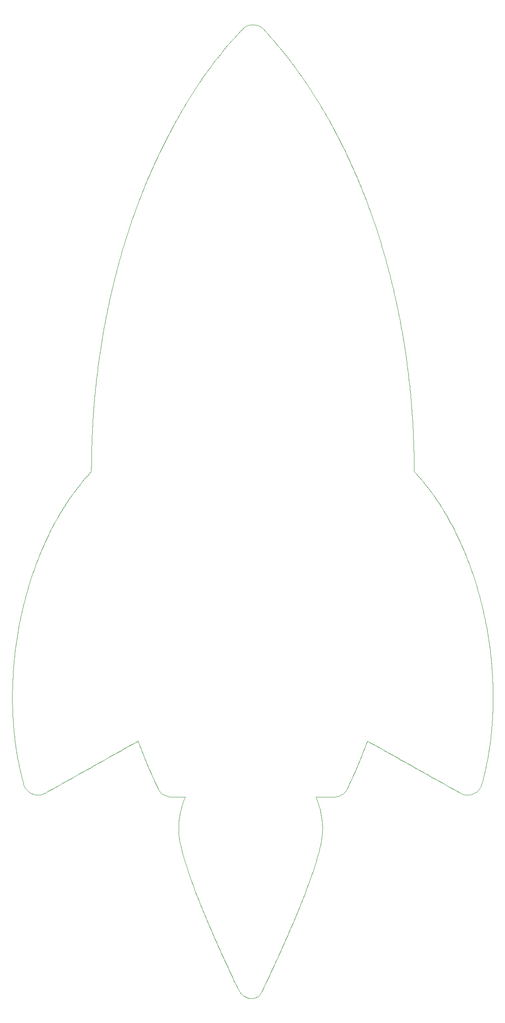
<source format=gbr>
%TF.GenerationSoftware,KiCad,Pcbnew,(5.1.10-1-10_14)*%
%TF.CreationDate,2021-08-27T15:48:04+02:00*%
%TF.ProjectId,OOO2021_Badge,4f4f4f32-3032-4315-9f42-616467652e6b,rev?*%
%TF.SameCoordinates,Original*%
%TF.FileFunction,Profile,NP*%
%FSLAX46Y46*%
G04 Gerber Fmt 4.6, Leading zero omitted, Abs format (unit mm)*
G04 Created by KiCad (PCBNEW (5.1.10-1-10_14)) date 2021-08-27 15:48:04*
%MOMM*%
%LPD*%
G01*
G04 APERTURE LIST*
%TA.AperFunction,Profile*%
%ADD10C,0.100000*%
%TD*%
G04 APERTURE END LIST*
D10*
%TO.C,W1*%
X91747000Y-47211460D02*
X91358500Y-47609460D01*
X91358500Y-47609460D02*
X90972800Y-48010460D01*
X90972800Y-48010460D02*
X90591600Y-48415460D01*
X90591600Y-48415460D02*
X90213200Y-48822460D01*
X90213200Y-48822460D02*
X89838200Y-49232460D01*
X89838200Y-49232460D02*
X89466400Y-49643460D01*
X89466400Y-49643460D02*
X89096800Y-50060460D01*
X89096800Y-50060460D02*
X88730900Y-50478460D01*
X88730900Y-50478460D02*
X88367500Y-50900460D01*
X88367500Y-50900460D02*
X88008200Y-51323460D01*
X88008200Y-51323460D02*
X87651700Y-51751460D01*
X87651700Y-51751460D02*
X87298200Y-52179460D01*
X87298200Y-52179460D02*
X86948000Y-52610460D01*
X86948000Y-52610460D02*
X86601300Y-53043460D01*
X86601300Y-53043460D02*
X86256900Y-53479460D01*
X86256900Y-53479460D02*
X85915500Y-53918460D01*
X85915500Y-53918460D02*
X85576800Y-54359460D01*
X85576800Y-54359460D02*
X85241400Y-54802460D01*
X85241400Y-54802460D02*
X84909400Y-55247500D01*
X84909400Y-55247500D02*
X84579900Y-55695500D01*
X84579900Y-55695500D02*
X84253300Y-56143500D01*
X84253300Y-56143500D02*
X83929100Y-56596500D01*
X83929100Y-56596500D02*
X83608100Y-57050500D01*
X83608100Y-57050500D02*
X83290000Y-57505500D01*
X83290000Y-57505500D02*
X82974800Y-57964500D01*
X82974800Y-57964500D02*
X82662200Y-58424500D01*
X82662200Y-58424500D02*
X82353100Y-58884500D01*
X82353100Y-58884500D02*
X82046400Y-59347500D01*
X82046400Y-59347500D02*
X81742400Y-59811500D01*
X81742400Y-59811500D02*
X81441500Y-60278500D01*
X81441500Y-60278500D02*
X81142500Y-60746500D01*
X81142500Y-60746500D02*
X80846000Y-61217500D01*
X80846000Y-61217500D02*
X80552200Y-61690500D01*
X80552200Y-61690500D02*
X80261700Y-62163500D01*
X80261700Y-62163500D02*
X79973600Y-62637500D01*
X79973600Y-62637500D02*
X79688300Y-63113500D01*
X79688300Y-63113500D02*
X79405300Y-63590500D01*
X79405300Y-63590500D02*
X79125100Y-64069500D01*
X79125100Y-64069500D02*
X78847100Y-64549500D01*
X78847100Y-64549500D02*
X78571000Y-65032500D01*
X78571000Y-65032500D02*
X78297400Y-65517500D01*
X78297400Y-65517500D02*
X78027000Y-66001500D01*
X78027000Y-66001500D02*
X77758600Y-66488500D01*
X77758600Y-66488500D02*
X77493100Y-66975500D01*
X77493100Y-66975500D02*
X77229700Y-67463500D01*
X77229700Y-67463500D02*
X76968300Y-67953500D01*
X76968300Y-67953500D02*
X76709400Y-68445500D01*
X76709400Y-68445500D02*
X76453200Y-68937500D01*
X76453200Y-68937500D02*
X76199000Y-69430500D01*
X76199000Y-69430500D02*
X75946600Y-69925500D01*
X75946600Y-69925500D02*
X75696600Y-70421500D01*
X75696600Y-70421500D02*
X75449000Y-70918500D01*
X75449000Y-70918500D02*
X75203700Y-71416500D01*
X75203700Y-71416500D02*
X74960500Y-71915500D01*
X74960500Y-71915500D02*
X74719000Y-72416500D01*
X74719000Y-72416500D02*
X74480100Y-72916500D01*
X74480100Y-72916500D02*
X74242500Y-73419500D01*
X74242500Y-73419500D02*
X74007900Y-73922500D01*
X74007900Y-73922500D02*
X73774800Y-74426500D01*
X73774800Y-74426500D02*
X73544000Y-74931500D01*
X73544000Y-74931500D02*
X73315000Y-75438500D01*
X73315000Y-75438500D02*
X73088700Y-75944500D01*
X73088700Y-75944500D02*
X72863900Y-76451500D01*
X72863900Y-76451500D02*
X72640500Y-76961500D01*
X72640500Y-76961500D02*
X72419500Y-77470500D01*
X72419500Y-77470500D02*
X72200600Y-77980500D01*
X72200600Y-77980500D02*
X71983900Y-78489500D01*
X71983900Y-78489500D02*
X71768400Y-79002500D01*
X71768400Y-79002500D02*
X71768400Y-79002500D01*
X71768400Y-79002500D02*
X71768400Y-79002500D01*
X71768400Y-79002500D02*
X71564100Y-79497500D01*
X71564100Y-79497500D02*
X71362100Y-79991500D01*
X71362100Y-79991500D02*
X71163600Y-80488500D01*
X71163600Y-80488500D02*
X71171700Y-80488500D01*
X71171700Y-80488500D02*
X70968300Y-81004500D01*
X70968300Y-81004500D02*
X70767000Y-81521500D01*
X70767000Y-81521500D02*
X70567900Y-82040500D01*
X70567900Y-82040500D02*
X70371100Y-82558500D01*
X70371100Y-82558500D02*
X70176400Y-83076500D01*
X70176400Y-83076500D02*
X69983600Y-83598500D01*
X69983600Y-83598500D02*
X69793500Y-84119500D01*
X69793500Y-84119500D02*
X69605200Y-84641500D01*
X69605200Y-84641500D02*
X69418900Y-85164500D01*
X69418900Y-85164500D02*
X69234900Y-85688500D01*
X69234900Y-85688500D02*
X69053300Y-86212500D01*
X69053300Y-86212500D02*
X68873600Y-86736500D01*
X68873600Y-86736500D02*
X68696000Y-87262500D01*
X68696000Y-87262500D02*
X68520300Y-87788500D01*
X68520300Y-87788500D02*
X68346800Y-88316500D01*
X68346800Y-88316500D02*
X68175400Y-88845500D01*
X68175400Y-88845500D02*
X68006100Y-89373500D01*
X68006100Y-89373500D02*
X67839000Y-89903500D01*
X67839000Y-89903500D02*
X67674100Y-90432500D01*
X67674100Y-90432500D02*
X67511500Y-90962500D01*
X67511500Y-90962500D02*
X67351100Y-91491500D01*
X67351100Y-91491500D02*
X67192200Y-92023500D01*
X67192200Y-92023500D02*
X67035600Y-92556500D01*
X67035600Y-92556500D02*
X66881100Y-93088500D01*
X66881100Y-93088500D02*
X66728700Y-93622500D01*
X66728700Y-93622500D02*
X66578300Y-94155500D01*
X66578300Y-94155500D02*
X66430100Y-94690500D01*
X66430100Y-94690500D02*
X66283600Y-95225500D01*
X66283600Y-95225500D02*
X66139300Y-95760500D01*
X66139300Y-95760500D02*
X65997300Y-96295500D01*
X65997300Y-96295500D02*
X65857300Y-96831500D01*
X65857300Y-96831500D02*
X65719200Y-97367500D01*
X65719200Y-97367500D02*
X65583200Y-97903500D01*
X65583200Y-97903500D02*
X65449400Y-98441500D01*
X65449400Y-98441500D02*
X65317100Y-98980500D01*
X65317100Y-98980500D02*
X65187000Y-99519500D01*
X65187000Y-99519500D02*
X65058700Y-100059500D01*
X65058700Y-100059500D02*
X64932500Y-100599500D01*
X64932500Y-100599500D02*
X64808300Y-101140500D01*
X64808300Y-101140500D02*
X64685900Y-101682500D01*
X64685900Y-101682500D02*
X64566000Y-102222500D01*
X64566000Y-102222500D02*
X64448000Y-102764500D01*
X64448000Y-102764500D02*
X64331600Y-103307500D01*
X64331600Y-103307500D02*
X64217300Y-103849500D01*
X64217300Y-103849500D02*
X64105200Y-104391500D01*
X64105200Y-104391500D02*
X63994800Y-104935500D01*
X63994800Y-104935500D02*
X63886400Y-105479500D01*
X63886400Y-105479500D02*
X63780300Y-106022500D01*
X63780300Y-106022500D02*
X63675700Y-106568500D01*
X63675700Y-106568500D02*
X63573300Y-107112500D01*
X63573300Y-107112500D02*
X63473000Y-107657500D01*
X63473000Y-107657500D02*
X63374400Y-108202500D01*
X63374400Y-108202500D02*
X63277800Y-108748500D01*
X63277800Y-108748500D02*
X63183100Y-109295500D01*
X63183100Y-109295500D02*
X63090500Y-109841500D01*
X63090500Y-109841500D02*
X62999700Y-110387500D01*
X62999700Y-110387500D02*
X62910800Y-110934500D01*
X62910800Y-110934500D02*
X62823900Y-111482500D01*
X62823900Y-111482500D02*
X62738900Y-112030500D01*
X62738900Y-112030500D02*
X62655800Y-112576500D01*
X62655800Y-112576500D02*
X62574600Y-113125500D01*
X62574600Y-113125500D02*
X62495200Y-113674500D01*
X62495200Y-113674500D02*
X62418000Y-114223500D01*
X62418000Y-114223500D02*
X62342400Y-114772500D01*
X62342400Y-114772500D02*
X62268800Y-115322500D01*
X62268800Y-115322500D02*
X62197200Y-115870500D01*
X62197200Y-115870500D02*
X62127400Y-116421500D01*
X62127400Y-116421500D02*
X62059400Y-116971500D01*
X62059400Y-116971500D02*
X61993300Y-117522500D01*
X61993300Y-117522500D02*
X61929300Y-118073500D01*
X61929300Y-118073500D02*
X61867000Y-118623500D01*
X61867000Y-118623500D02*
X61806700Y-119174500D01*
X61806700Y-119174500D02*
X61748300Y-119726500D01*
X61748300Y-119726500D02*
X61691700Y-120276500D01*
X61691700Y-120276500D02*
X61637000Y-120828500D01*
X61637000Y-120828500D02*
X61584000Y-121381500D01*
X61584000Y-121381500D02*
X61532900Y-121934500D01*
X61532900Y-121934500D02*
X61483900Y-122485500D01*
X61483900Y-122485500D02*
X61436600Y-123037500D01*
X61436600Y-123037500D02*
X61391300Y-123589500D01*
X61391300Y-123589500D02*
X61347800Y-124142500D01*
X61347800Y-124142500D02*
X61306000Y-124695500D01*
X61306000Y-124695500D02*
X61266300Y-125246500D01*
X61266300Y-125246500D02*
X61228300Y-125800500D01*
X61228300Y-125800500D02*
X61192200Y-126353500D01*
X61192200Y-126353500D02*
X61157900Y-126906500D01*
X61157900Y-126906500D02*
X61125400Y-127460500D01*
X61125400Y-127460500D02*
X61094700Y-128013500D01*
X61094700Y-128013500D02*
X61066000Y-128566500D01*
X61066000Y-128566500D02*
X61039100Y-129118500D01*
X61039100Y-129118500D02*
X61014000Y-129674500D01*
X61014000Y-129674500D02*
X60990700Y-130226500D01*
X60990700Y-130226500D02*
X60969300Y-130781500D01*
X60969300Y-130781500D02*
X60949700Y-131334500D01*
X60949700Y-131334500D02*
X60931800Y-131889500D01*
X60931800Y-131889500D02*
X60915800Y-132444500D01*
X60915800Y-132444500D02*
X60901800Y-132998500D01*
X60901800Y-132998500D02*
X60889400Y-133553500D01*
X60889400Y-133553500D02*
X60878800Y-134107500D01*
X60878800Y-134107500D02*
X60870100Y-134661500D01*
X60870100Y-134661500D02*
X60863200Y-135214500D01*
X60863200Y-135214500D02*
X60858100Y-135770500D01*
X60858100Y-135770500D02*
X60854800Y-136324500D01*
X60854800Y-136324500D02*
X60853400Y-136879500D01*
X60853400Y-136879500D02*
X60476000Y-137285500D01*
X60476000Y-137285500D02*
X60103700Y-137697500D01*
X60103700Y-137697500D02*
X59736300Y-138113500D01*
X59736300Y-138113500D02*
X59375300Y-138533500D01*
X59375300Y-138533500D02*
X59019400Y-138958500D01*
X59019400Y-138958500D02*
X58669500Y-139386500D01*
X58669500Y-139386500D02*
X58324700Y-139819500D01*
X58324700Y-139819500D02*
X57985100Y-140256500D01*
X57985100Y-140256500D02*
X57650400Y-140697500D01*
X57650400Y-140697500D02*
X57320800Y-141142500D01*
X57320800Y-141142500D02*
X56996200Y-141591500D01*
X56996200Y-141591500D02*
X56676700Y-142043500D01*
X56676700Y-142043500D02*
X56362400Y-142500500D01*
X56362400Y-142500500D02*
X56053000Y-142959500D01*
X56053000Y-142959500D02*
X55748800Y-143421500D01*
X55748800Y-143421500D02*
X55449600Y-143886500D01*
X55449600Y-143886500D02*
X55155500Y-144354500D01*
X55155500Y-144354500D02*
X54865500Y-144826500D01*
X54865500Y-144826500D02*
X54580600Y-145300000D01*
X54580600Y-145300000D02*
X54300000Y-145778000D01*
X54300000Y-145778000D02*
X54024400Y-146258000D01*
X54024400Y-146258000D02*
X53753900Y-146739000D01*
X53753900Y-146739000D02*
X53487660Y-147224000D01*
X53487660Y-147224000D02*
X53225770Y-147712000D01*
X53225770Y-147712000D02*
X52968960Y-148201000D01*
X52968960Y-148201000D02*
X52715840Y-148694000D01*
X52715840Y-148694000D02*
X52467760Y-149188000D01*
X52467760Y-149188000D02*
X52223410Y-149685000D01*
X52223410Y-149685000D02*
X51984150Y-150184000D01*
X51984150Y-150184000D02*
X51748700Y-150685000D01*
X51748700Y-150685000D02*
X51518340Y-151187000D01*
X51518340Y-151187000D02*
X51291830Y-151691000D01*
X51291830Y-151691000D02*
X51069250Y-152199000D01*
X51069250Y-152199000D02*
X50851190Y-152707000D01*
X50851190Y-152707000D02*
X50637670Y-153216000D01*
X50637670Y-153216000D02*
X50428150Y-153728000D01*
X50428150Y-153728000D02*
X50222680Y-154241000D01*
X50222680Y-154241000D02*
X50021290Y-154756000D01*
X50021290Y-154756000D02*
X49824010Y-155273000D01*
X49824010Y-155273000D02*
X49630880Y-155791000D01*
X49630880Y-155791000D02*
X49441920Y-156310000D01*
X49441920Y-156310000D02*
X49257150Y-156830000D01*
X49257150Y-156830000D02*
X49075740Y-157353000D01*
X49075740Y-157353000D02*
X48898620Y-157877000D01*
X48898620Y-157877000D02*
X48725790Y-158401000D01*
X48725790Y-158401000D02*
X48556490Y-158928000D01*
X48556490Y-158928000D02*
X48391540Y-159454000D01*
X48391540Y-159454000D02*
X48230220Y-159983000D01*
X48230220Y-159983000D02*
X48072610Y-160514000D01*
X48072610Y-160514000D02*
X47918770Y-161046000D01*
X47918770Y-161046000D02*
X47769410Y-161577000D01*
X47769410Y-161577000D02*
X47623860Y-162109000D01*
X47623860Y-162109000D02*
X47481920Y-162644000D01*
X47481920Y-162644000D02*
X47343630Y-163180000D01*
X47343630Y-163180000D02*
X47209340Y-163716000D01*
X47209340Y-163716000D02*
X47079090Y-164252000D01*
X47079090Y-164252000D02*
X46952400Y-164791000D01*
X46952400Y-164791000D02*
X46829350Y-165331000D01*
X46829350Y-165331000D02*
X46710480Y-165870000D01*
X46710480Y-165870000D02*
X46595350Y-166410000D01*
X46595350Y-166410000D02*
X46484020Y-166951000D01*
X46484020Y-166951000D02*
X46376560Y-167493000D01*
X46376560Y-167493000D02*
X46272610Y-168036000D01*
X46272610Y-168036000D02*
X46172660Y-168579000D01*
X46172660Y-168579000D02*
X46076370Y-169124000D01*
X46076370Y-169124000D02*
X45983820Y-169670000D01*
X45983820Y-169670000D02*
X45895100Y-170216000D01*
X45895100Y-170216000D02*
X45810240Y-170762000D01*
X45810240Y-170762000D02*
X45729300Y-171308000D01*
X45729300Y-171308000D02*
X45652060Y-171855000D01*
X45652060Y-171855000D02*
X45578600Y-172404000D01*
X45578600Y-172404000D02*
X45509010Y-172952000D01*
X45509010Y-172952000D02*
X45443110Y-173501000D01*
X45443110Y-173501000D02*
X45381170Y-174051000D01*
X45381170Y-174051000D02*
X45323070Y-174600000D01*
X45323070Y-174600000D02*
X45268860Y-175149000D01*
X45268860Y-175149000D02*
X45218450Y-175700000D01*
X45218450Y-175700000D02*
X45171910Y-176250000D01*
X45171910Y-176250000D02*
X45129290Y-176801000D01*
X45129290Y-176801000D02*
X45090540Y-177352000D01*
X45090540Y-177352000D02*
X45055700Y-177903000D01*
X45055700Y-177903000D02*
X45024770Y-178455000D01*
X45024770Y-178455000D02*
X44997790Y-179006000D01*
X44997790Y-179006000D02*
X44974740Y-179558000D01*
X44974740Y-179558000D02*
X44955690Y-180110000D01*
X44955690Y-180110000D02*
X44940620Y-180662000D01*
X44940620Y-180662000D02*
X44929510Y-181215000D01*
X44929510Y-181215000D02*
X44922510Y-181767000D01*
X44922510Y-181767000D02*
X44919510Y-182321000D01*
X44919510Y-182321000D02*
X44920610Y-182873000D01*
X44920610Y-182873000D02*
X44925810Y-183425000D01*
X44925810Y-183425000D02*
X44935110Y-183977000D01*
X44935110Y-183977000D02*
X44948560Y-184529000D01*
X44948560Y-184529000D02*
X44966180Y-185081000D01*
X44966180Y-185081000D02*
X44988040Y-185634000D01*
X44988040Y-185634000D02*
X45014080Y-186185000D01*
X45014080Y-186185000D02*
X45044430Y-186737000D01*
X45044430Y-186737000D02*
X45079010Y-187288000D01*
X45079010Y-187288000D02*
X45117930Y-187839000D01*
X45117930Y-187839000D02*
X45161340Y-188391000D01*
X45161340Y-188391000D02*
X45209070Y-188941000D01*
X45209070Y-188941000D02*
X45261180Y-189491000D01*
X45261180Y-189491000D02*
X45317820Y-190041000D01*
X45317820Y-190041000D02*
X45378990Y-190591000D01*
X45378990Y-190591000D02*
X45444600Y-191140000D01*
X45444600Y-191140000D02*
X45514780Y-191687000D01*
X45514780Y-191687000D02*
X45589590Y-192235000D01*
X45589590Y-192235000D02*
X45669190Y-192783000D01*
X45669190Y-192783000D02*
X45753370Y-193329000D01*
X45753370Y-193329000D02*
X45842510Y-193875000D01*
X45842510Y-193875000D02*
X45936160Y-194420000D01*
X45936160Y-194420000D02*
X46034850Y-194964000D01*
X46034850Y-194964000D02*
X46138520Y-195508000D01*
X46138520Y-195508000D02*
X46246890Y-196050000D01*
X46246890Y-196050000D02*
X46360410Y-196592000D01*
X46360410Y-196592000D02*
X46478980Y-197132000D01*
X46478980Y-197132000D02*
X46602470Y-197671000D01*
X46602470Y-197671000D02*
X46730910Y-198208000D01*
X46730910Y-198208000D02*
X46864390Y-198744000D01*
X46864390Y-198744000D02*
X47003570Y-199279000D01*
X47003570Y-199279000D02*
X47147710Y-199813000D01*
X47147710Y-199813000D02*
X47213090Y-200072000D01*
X47213090Y-200072000D02*
X47290750Y-200316000D01*
X47290750Y-200316000D02*
X47391100Y-200548000D01*
X47391100Y-200548000D02*
X47514360Y-200771000D01*
X47514360Y-200771000D02*
X47657680Y-200981000D01*
X47657680Y-200981000D02*
X47819560Y-201178000D01*
X47819560Y-201178000D02*
X47998250Y-201359000D01*
X47998250Y-201359000D02*
X48192020Y-201525000D01*
X48192020Y-201525000D02*
X48399300Y-201675000D01*
X48399300Y-201675000D02*
X48618080Y-201807000D01*
X48618080Y-201807000D02*
X48847070Y-201921000D01*
X48847070Y-201921000D02*
X49083830Y-202017000D01*
X49083830Y-202017000D02*
X49327530Y-202093000D01*
X49327530Y-202093000D02*
X49576660Y-202148000D01*
X49576660Y-202148000D02*
X49829530Y-202183000D01*
X49829530Y-202183000D02*
X50084580Y-202197000D01*
X50084580Y-202197000D02*
X50340130Y-202188000D01*
X50340130Y-202188000D02*
X50592490Y-202155000D01*
X50592490Y-202155000D02*
X50842180Y-202099000D01*
X50842180Y-202099000D02*
X51083860Y-202020000D01*
X51083860Y-202020000D02*
X51319950Y-201916000D01*
X51319950Y-201916000D02*
X51482900Y-201833000D01*
X51482900Y-201833000D02*
X51728590Y-201693000D01*
X51728590Y-201693000D02*
X52203700Y-201426000D01*
X52203700Y-201426000D02*
X52679370Y-201160000D01*
X52679370Y-201160000D02*
X53154650Y-200893000D01*
X53154650Y-200893000D02*
X53630900Y-200626000D01*
X53630900Y-200626000D02*
X54106400Y-200360000D01*
X54106400Y-200360000D02*
X54581600Y-200093000D01*
X54581600Y-200093000D02*
X55058400Y-199826000D01*
X55058400Y-199826000D02*
X55535000Y-199559000D01*
X55535000Y-199559000D02*
X56011600Y-199292000D01*
X56011600Y-199292000D02*
X56487200Y-199025000D01*
X56487200Y-199025000D02*
X56962900Y-198758000D01*
X56962900Y-198758000D02*
X57438800Y-198491000D01*
X57438800Y-198491000D02*
X57914900Y-198224000D01*
X57914900Y-198224000D02*
X58391200Y-197957000D01*
X58391200Y-197957000D02*
X58868000Y-197690000D01*
X58868000Y-197690000D02*
X59343600Y-197423000D01*
X59343600Y-197423000D02*
X59820000Y-197156000D01*
X59820000Y-197156000D02*
X60295600Y-196890000D01*
X60295600Y-196890000D02*
X60771900Y-196623000D01*
X60771900Y-196623000D02*
X61247100Y-196356000D01*
X61247100Y-196356000D02*
X61722500Y-196090000D01*
X61722500Y-196090000D02*
X62199000Y-195822000D01*
X62199000Y-195822000D02*
X62675400Y-195555000D01*
X62675400Y-195555000D02*
X63150500Y-195289000D01*
X63150500Y-195289000D02*
X63626800Y-195022000D01*
X63626800Y-195022000D02*
X64103300Y-194755000D01*
X64103300Y-194755000D02*
X64579200Y-194488000D01*
X64579200Y-194488000D02*
X65054700Y-194221000D01*
X65054700Y-194221000D02*
X65530500Y-193955000D01*
X65530500Y-193955000D02*
X66005600Y-193688000D01*
X66005600Y-193688000D02*
X66481900Y-193421000D01*
X66481900Y-193421000D02*
X66958400Y-193154000D01*
X66958400Y-193154000D02*
X67434600Y-192887000D01*
X67434600Y-192887000D02*
X67910500Y-192620000D01*
X67910500Y-192620000D02*
X68385600Y-192354000D01*
X68385600Y-192354000D02*
X68862400Y-192087000D01*
X68862400Y-192087000D02*
X69337800Y-191820000D01*
X69337800Y-191820000D02*
X69812500Y-191554000D01*
X69812500Y-191554000D02*
X70289100Y-191287000D01*
X70289100Y-191287000D02*
X70281000Y-191262000D01*
X70281000Y-191262000D02*
X70474800Y-191778000D01*
X70474800Y-191778000D02*
X70670700Y-192294000D01*
X70670700Y-192294000D02*
X70868500Y-192807000D01*
X70868500Y-192807000D02*
X71068200Y-193320000D01*
X71068200Y-193320000D02*
X71270300Y-193832000D01*
X71270300Y-193832000D02*
X71474100Y-194343000D01*
X71474100Y-194343000D02*
X71680400Y-194853000D01*
X71680400Y-194853000D02*
X71888800Y-195362000D01*
X71888800Y-195362000D02*
X72099300Y-195870000D01*
X72099300Y-195870000D02*
X72312600Y-196379000D01*
X72312600Y-196379000D02*
X72527800Y-196886000D01*
X72527800Y-196886000D02*
X72745200Y-197392000D01*
X72745200Y-197392000D02*
X72964400Y-197896000D01*
X72964400Y-197896000D02*
X73186800Y-198401000D01*
X73186800Y-198401000D02*
X73411200Y-198904000D01*
X73411200Y-198904000D02*
X73637500Y-199406000D01*
X73637500Y-199406000D02*
X73865900Y-199906000D01*
X73865900Y-199906000D02*
X74097400Y-200407000D01*
X74097400Y-200407000D02*
X74330700Y-200905000D01*
X74330700Y-200905000D02*
X74464900Y-201148000D01*
X74464900Y-201148000D02*
X74619800Y-201377000D01*
X74619800Y-201377000D02*
X74796100Y-201592000D01*
X74796100Y-201592000D02*
X74991000Y-201789000D01*
X74991000Y-201789000D02*
X75203000Y-201967000D01*
X75203000Y-201967000D02*
X75431000Y-202125000D01*
X75431000Y-202125000D02*
X75672600Y-202261000D01*
X75672600Y-202261000D02*
X75927700Y-202374000D01*
X75927700Y-202374000D02*
X76189100Y-202462000D01*
X76189100Y-202462000D02*
X76461300Y-202525000D01*
X76461300Y-202525000D02*
X76734400Y-202562000D01*
X76734400Y-202562000D02*
X77015500Y-202574000D01*
X77015500Y-202574000D02*
X77484400Y-202574000D01*
X77484400Y-202574000D02*
X77954100Y-202574000D01*
X77954100Y-202574000D02*
X78422900Y-202574000D01*
X78422900Y-202574000D02*
X78891900Y-202574000D01*
X78891900Y-202574000D02*
X79359300Y-202574000D01*
X79359300Y-202574000D02*
X79826900Y-202574000D01*
X79826900Y-202574000D02*
X79627500Y-203054000D01*
X79627500Y-203054000D02*
X79443900Y-203540000D01*
X79443900Y-203540000D02*
X79275800Y-204033000D01*
X79275800Y-204033000D02*
X79124000Y-204529000D01*
X79124000Y-204529000D02*
X78988200Y-205030000D01*
X78988200Y-205030000D02*
X78868200Y-205536000D01*
X78868200Y-205536000D02*
X78764600Y-206044000D01*
X78764600Y-206044000D02*
X78676900Y-206556000D01*
X78676900Y-206556000D02*
X78605100Y-207071000D01*
X78605100Y-207071000D02*
X78549500Y-207588000D01*
X78549500Y-207588000D02*
X78509900Y-208106000D01*
X78509900Y-208106000D02*
X78486200Y-208624000D01*
X78486200Y-208624000D02*
X78478400Y-209143000D01*
X78478400Y-209143000D02*
X78496300Y-209694000D01*
X78496300Y-209694000D02*
X78543500Y-210244000D01*
X78543500Y-210244000D02*
X78612800Y-210791000D01*
X78612800Y-210791000D02*
X78699900Y-211335000D01*
X78699900Y-211335000D02*
X78801100Y-211876000D01*
X78801100Y-211876000D02*
X78914400Y-212416000D01*
X78914400Y-212416000D02*
X79037400Y-212952000D01*
X79037400Y-212952000D02*
X79169200Y-213487000D01*
X79169200Y-213487000D02*
X79308700Y-214020000D01*
X79308700Y-214020000D02*
X79454900Y-214552000D01*
X79454900Y-214552000D02*
X79607000Y-215082000D01*
X79607000Y-215082000D02*
X79764400Y-215610000D01*
X79764400Y-215610000D02*
X79926600Y-216136000D01*
X79926600Y-216136000D02*
X80093000Y-216662000D01*
X80093000Y-216662000D02*
X80263400Y-217186000D01*
X80263400Y-217186000D02*
X80437900Y-217709000D01*
X80437900Y-217709000D02*
X80615800Y-218232000D01*
X80615800Y-218232000D02*
X80796700Y-218754000D01*
X80796700Y-218754000D02*
X80980300Y-219273000D01*
X80980300Y-219273000D02*
X81166700Y-219792000D01*
X81166700Y-219792000D02*
X81355700Y-220310000D01*
X81355700Y-220310000D02*
X81547000Y-220827000D01*
X81547000Y-220827000D02*
X81740900Y-221344000D01*
X81740900Y-221344000D02*
X81936400Y-221859000D01*
X81936400Y-221859000D02*
X82133900Y-222373000D01*
X82133900Y-222373000D02*
X82333900Y-222888000D01*
X82333900Y-222888000D02*
X82535500Y-223402000D01*
X82535500Y-223402000D02*
X82739100Y-223915000D01*
X82739100Y-223915000D02*
X82944300Y-224428000D01*
X82944300Y-224428000D02*
X83151000Y-224940000D01*
X83151000Y-224940000D02*
X83358900Y-225450000D01*
X83358900Y-225450000D02*
X83568400Y-225961000D01*
X83568400Y-225961000D02*
X83779300Y-226471000D01*
X83779300Y-226471000D02*
X83991300Y-226979000D01*
X83991300Y-226979000D02*
X84204900Y-227488000D01*
X84204900Y-227488000D02*
X84419600Y-227997000D01*
X84419600Y-227997000D02*
X84635500Y-228504000D01*
X84635500Y-228504000D02*
X84852600Y-229011000D01*
X84852600Y-229011000D02*
X85070800Y-229518000D01*
X85070800Y-229518000D02*
X85290400Y-230025000D01*
X85290400Y-230025000D02*
X85510400Y-230530000D01*
X85510400Y-230530000D02*
X85731600Y-231035000D01*
X85731600Y-231035000D02*
X85953800Y-231540000D01*
X85953800Y-231540000D02*
X86177200Y-232044000D01*
X86177200Y-232044000D02*
X86401200Y-232548000D01*
X86401200Y-232548000D02*
X86626000Y-233051000D01*
X86626000Y-233051000D02*
X86851900Y-233554000D01*
X86851900Y-233554000D02*
X87078600Y-234056000D01*
X87078600Y-234056000D02*
X87306300Y-234559000D01*
X87306300Y-234559000D02*
X87534900Y-235061000D01*
X87534900Y-235061000D02*
X87764700Y-235564000D01*
X87764700Y-235564000D02*
X87994800Y-236065000D01*
X87994800Y-236065000D02*
X88225600Y-236565000D01*
X88225600Y-236565000D02*
X88457000Y-237065000D01*
X88457000Y-237065000D02*
X88689800Y-237566000D01*
X88689800Y-237566000D02*
X88922800Y-238066000D01*
X88922800Y-238066000D02*
X89156500Y-238565000D01*
X89156500Y-238565000D02*
X89391100Y-239064000D01*
X89391100Y-239064000D02*
X89626500Y-239562000D01*
X89626500Y-239562000D02*
X89862700Y-240061000D01*
X89862700Y-240061000D02*
X90099600Y-240559000D01*
X90099600Y-240559000D02*
X90337300Y-241057000D01*
X90337300Y-241057000D02*
X90559000Y-241480000D01*
X90559000Y-241480000D02*
X90835200Y-241960000D01*
X90835200Y-241960000D02*
X91118600Y-242307000D01*
X91118600Y-242307000D02*
X91421400Y-242597000D01*
X91421400Y-242597000D02*
X91739500Y-242832000D01*
X91739500Y-242832000D02*
X92068500Y-243013000D01*
X92068500Y-243013000D02*
X92404100Y-243144000D01*
X92404100Y-243144000D02*
X92742200Y-243225000D01*
X92742200Y-243225000D02*
X93078400Y-243258000D01*
X93078400Y-243258000D02*
X93408500Y-243247000D01*
X93408500Y-243247000D02*
X93728100Y-243191000D01*
X93728100Y-243191000D02*
X94033200Y-243094000D01*
X94033200Y-243094000D02*
X94319300Y-242958000D01*
X94319300Y-242958000D02*
X94582300Y-242783000D01*
X94582300Y-242783000D02*
X94817800Y-242572000D01*
X94817800Y-242572000D02*
X95021600Y-242328000D01*
X95021600Y-242328000D02*
X95263900Y-241902000D01*
X95263900Y-241902000D02*
X95428800Y-241553000D01*
X95428800Y-241553000D02*
X95667500Y-241055000D01*
X95667500Y-241055000D02*
X95905200Y-240557000D01*
X95905200Y-240557000D02*
X96141900Y-240059000D01*
X96141900Y-240059000D02*
X96377600Y-239562000D01*
X96377600Y-239562000D02*
X96612700Y-239064000D01*
X96612700Y-239064000D02*
X96847200Y-238565000D01*
X96847200Y-238565000D02*
X97080800Y-238066000D01*
X97080800Y-238066000D02*
X97313800Y-237567000D01*
X97313800Y-237567000D02*
X97546700Y-237066000D01*
X97546700Y-237066000D02*
X97778200Y-236566000D01*
X97778200Y-236566000D02*
X98008800Y-236066000D01*
X98008800Y-236066000D02*
X98239000Y-235564000D01*
X98239000Y-235564000D02*
X98468500Y-235063000D01*
X98468500Y-235063000D02*
X98697000Y-234561000D01*
X98697000Y-234561000D02*
X98924900Y-234058000D01*
X98924900Y-234058000D02*
X99152000Y-233555000D01*
X99152000Y-233555000D02*
X99378000Y-233051000D01*
X99378000Y-233051000D02*
X99603300Y-232547000D01*
X99603300Y-232547000D02*
X99827700Y-232043000D01*
X99827700Y-232043000D02*
X100050800Y-231539000D01*
X100050800Y-231539000D02*
X100273000Y-231034000D01*
X100273000Y-231034000D02*
X100494300Y-230529000D01*
X100494300Y-230529000D02*
X100714600Y-230024000D01*
X100714600Y-230024000D02*
X100933800Y-229517000D01*
X100933800Y-229517000D02*
X101152300Y-229010000D01*
X101152300Y-229010000D02*
X101369000Y-228504000D01*
X101369000Y-228504000D02*
X101584800Y-227997000D01*
X101584800Y-227997000D02*
X101799300Y-227489000D01*
X101799300Y-227489000D02*
X102012700Y-226980000D01*
X102012700Y-226980000D02*
X102224700Y-226472000D01*
X102224700Y-226472000D02*
X102435200Y-225963000D01*
X102435200Y-225963000D02*
X102644800Y-225452000D01*
X102644800Y-225452000D02*
X102853200Y-224941000D01*
X102853200Y-224941000D02*
X103059600Y-224429000D01*
X103059600Y-224429000D02*
X103264700Y-223917000D01*
X103264700Y-223917000D02*
X103467700Y-223405000D01*
X103467700Y-223405000D02*
X103668800Y-222892000D01*
X103668800Y-222892000D02*
X103868500Y-222379000D01*
X103868500Y-222379000D02*
X104066500Y-221863000D01*
X104066500Y-221863000D02*
X104262000Y-221348000D01*
X104262000Y-221348000D02*
X104455800Y-220831000D01*
X104455800Y-220831000D02*
X104647000Y-220315000D01*
X104647000Y-220315000D02*
X104835700Y-219797000D01*
X104835700Y-219797000D02*
X105022200Y-219278000D01*
X105022200Y-219278000D02*
X105206300Y-218757000D01*
X105206300Y-218757000D02*
X105387200Y-218236000D01*
X105387200Y-218236000D02*
X105564900Y-217713000D01*
X105564900Y-217713000D02*
X105739300Y-217190000D01*
X105739300Y-217190000D02*
X105909700Y-216666000D01*
X105909700Y-216666000D02*
X106076500Y-216140000D01*
X106076500Y-216140000D02*
X106238700Y-215613000D01*
X106238700Y-215613000D02*
X106396200Y-215084000D01*
X106396200Y-215084000D02*
X106548200Y-214554000D01*
X106548200Y-214554000D02*
X106694400Y-214023000D01*
X106694400Y-214023000D02*
X106833800Y-213489000D01*
X106833800Y-213489000D02*
X106965700Y-212955000D01*
X106965700Y-212955000D02*
X107088800Y-212417000D01*
X107088800Y-212417000D02*
X107202000Y-211878000D01*
X107202000Y-211878000D02*
X107303300Y-211336000D01*
X107303300Y-211336000D02*
X107390300Y-210791000D01*
X107390300Y-210791000D02*
X107459700Y-210244000D01*
X107459700Y-210244000D02*
X107506700Y-209695000D01*
X107506700Y-209695000D02*
X107524600Y-209143000D01*
X107524600Y-209143000D02*
X107515600Y-208624000D01*
X107515600Y-208624000D02*
X107491100Y-208106000D01*
X107491100Y-208106000D02*
X107450700Y-207588000D01*
X107450700Y-207588000D02*
X107394400Y-207072000D01*
X107394400Y-207072000D02*
X107322400Y-206560000D01*
X107322400Y-206560000D02*
X107234400Y-206049000D01*
X107234400Y-206049000D02*
X107130300Y-205540000D01*
X107130300Y-205540000D02*
X107010100Y-205035000D01*
X107010100Y-205035000D02*
X106873900Y-204534000D01*
X106873900Y-204534000D02*
X106722100Y-204038000D01*
X106722100Y-204038000D02*
X106554200Y-203546000D01*
X106554200Y-203546000D02*
X106371100Y-203062000D01*
X106371100Y-203062000D02*
X106171700Y-202582000D01*
X106171700Y-202582000D02*
X106698000Y-202582000D01*
X106698000Y-202582000D02*
X107224300Y-202582000D01*
X107224300Y-202582000D02*
X107750300Y-202582000D01*
X107750300Y-202582000D02*
X108276800Y-202582000D01*
X108276800Y-202582000D02*
X108803900Y-202582000D01*
X108803900Y-202582000D02*
X109331100Y-202582000D01*
X109331100Y-202582000D02*
X109857700Y-202582000D01*
X109857700Y-202582000D02*
X110138000Y-202567000D01*
X110138000Y-202567000D02*
X110410800Y-202528000D01*
X110410800Y-202528000D02*
X110682500Y-202463000D01*
X110682500Y-202463000D02*
X110943900Y-202374000D01*
X110943900Y-202374000D02*
X111198500Y-202260000D01*
X111198500Y-202260000D02*
X111439900Y-202124000D01*
X111439900Y-202124000D02*
X111668300Y-201966000D01*
X111668300Y-201966000D02*
X111880600Y-201788000D01*
X111880600Y-201788000D02*
X112075900Y-201591000D01*
X112075900Y-201591000D02*
X112252500Y-201377000D01*
X112252500Y-201377000D02*
X112407900Y-201148000D01*
X112407900Y-201148000D02*
X112542500Y-200905000D01*
X112542500Y-200905000D02*
X112775400Y-200407000D01*
X112775400Y-200407000D02*
X113006000Y-199907000D01*
X113006000Y-199907000D02*
X113233900Y-199408000D01*
X113233900Y-199408000D02*
X113459600Y-198907000D01*
X113459600Y-198907000D02*
X113683100Y-198406000D01*
X113683100Y-198406000D02*
X113904000Y-197904000D01*
X113904000Y-197904000D02*
X114123100Y-197400000D01*
X114123100Y-197400000D02*
X114340000Y-196896000D01*
X114340000Y-196896000D02*
X114554600Y-196390000D01*
X114554600Y-196390000D02*
X114767500Y-195883000D01*
X114767500Y-195883000D02*
X114977400Y-195377000D01*
X114977400Y-195377000D02*
X115185900Y-194868000D01*
X115185900Y-194868000D02*
X115391700Y-194359000D01*
X115391700Y-194359000D02*
X115595700Y-193849000D01*
X115595700Y-193849000D02*
X115798000Y-193337000D01*
X115798000Y-193337000D02*
X115997700Y-192825000D01*
X115997700Y-192825000D02*
X116195300Y-192313000D01*
X116195300Y-192313000D02*
X116390500Y-191801000D01*
X116390500Y-191801000D02*
X116584000Y-191287000D01*
X116584000Y-191287000D02*
X117059100Y-191553000D01*
X117059100Y-191553000D02*
X117534700Y-191820000D01*
X117534700Y-191820000D02*
X118010000Y-192086000D01*
X118010000Y-192086000D02*
X118486200Y-192353000D01*
X118486200Y-192353000D02*
X118961800Y-192620000D01*
X118961800Y-192620000D02*
X119437000Y-192886000D01*
X119437000Y-192886000D02*
X119913700Y-193153000D01*
X119913700Y-193153000D02*
X120390400Y-193421000D01*
X120390400Y-193421000D02*
X120867100Y-193688000D01*
X120867100Y-193688000D02*
X121342500Y-193955000D01*
X121342500Y-193955000D02*
X121818300Y-194221000D01*
X121818300Y-194221000D02*
X122294300Y-194488000D01*
X122294300Y-194488000D02*
X122770300Y-194755000D01*
X122770300Y-194755000D02*
X123246600Y-195022000D01*
X123246600Y-195022000D02*
X123723300Y-195289000D01*
X123723300Y-195289000D02*
X124199000Y-195556000D01*
X124199000Y-195556000D02*
X124675400Y-195823000D01*
X124675400Y-195823000D02*
X125150900Y-196090000D01*
X125150900Y-196090000D02*
X125627200Y-196357000D01*
X125627200Y-196357000D02*
X126102400Y-196623000D01*
X126102400Y-196623000D02*
X126577900Y-196890000D01*
X126577900Y-196890000D02*
X127054400Y-197157000D01*
X127054400Y-197157000D02*
X127530800Y-197424000D01*
X127530800Y-197424000D02*
X128005900Y-197690000D01*
X128005900Y-197690000D02*
X128482200Y-197958000D01*
X128482200Y-197958000D02*
X128958600Y-198225000D01*
X128958600Y-198225000D02*
X129434600Y-198491000D01*
X129434600Y-198491000D02*
X129910000Y-198758000D01*
X129910000Y-198758000D02*
X130385900Y-199025000D01*
X130385900Y-199025000D02*
X130861000Y-199291000D01*
X130861000Y-199291000D02*
X131337300Y-199558000D01*
X131337300Y-199558000D02*
X131813700Y-199825000D01*
X131813700Y-199825000D02*
X132289900Y-200092000D01*
X132289900Y-200092000D02*
X132766000Y-200359000D01*
X132766000Y-200359000D02*
X133241000Y-200626000D01*
X133241000Y-200626000D02*
X133717700Y-200893000D01*
X133717700Y-200893000D02*
X134193200Y-201159000D01*
X134193200Y-201159000D02*
X134667900Y-201426000D01*
X134667900Y-201426000D02*
X135144600Y-201693000D01*
X135144600Y-201693000D02*
X135383900Y-201841000D01*
X135383900Y-201841000D02*
X135631700Y-201961000D01*
X135631700Y-201961000D02*
X135894900Y-202059000D01*
X135894900Y-202059000D02*
X136163200Y-202129000D01*
X136163200Y-202129000D02*
X136438800Y-202173000D01*
X136438800Y-202173000D02*
X136716000Y-202191000D01*
X136716000Y-202191000D02*
X136995200Y-202183000D01*
X136995200Y-202183000D02*
X137271900Y-202149000D01*
X137271900Y-202149000D02*
X137544700Y-202091000D01*
X137544700Y-202091000D02*
X137811000Y-202009000D01*
X137811000Y-202009000D02*
X138069000Y-201903000D01*
X138069000Y-201903000D02*
X138316400Y-201775000D01*
X138316400Y-201775000D02*
X138551700Y-201626000D01*
X138551700Y-201626000D02*
X138772200Y-201456000D01*
X138772200Y-201456000D02*
X138974900Y-201266000D01*
X138974900Y-201266000D02*
X139159000Y-201057000D01*
X139159000Y-201057000D02*
X139320300Y-200834000D01*
X139320300Y-200834000D02*
X139459400Y-200593000D01*
X139459400Y-200593000D02*
X139572100Y-200342000D01*
X139572100Y-200342000D02*
X139660000Y-200077000D01*
X139660000Y-200077000D02*
X139806700Y-199542000D01*
X139806700Y-199542000D02*
X139948200Y-199005000D01*
X139948200Y-199005000D02*
X140084700Y-198466000D01*
X140084700Y-198466000D02*
X140215500Y-197927000D01*
X140215500Y-197927000D02*
X140341200Y-197387000D01*
X140341200Y-197387000D02*
X140462000Y-196845000D01*
X140462000Y-196845000D02*
X140577600Y-196301000D01*
X140577600Y-196301000D02*
X140688400Y-195757000D01*
X140688400Y-195757000D02*
X140794200Y-195212000D01*
X140794200Y-195212000D02*
X140895000Y-194665000D01*
X140895000Y-194665000D02*
X140990900Y-194118000D01*
X140990900Y-194118000D02*
X141082000Y-193571000D01*
X141082000Y-193571000D02*
X141168300Y-193022000D01*
X141168300Y-193022000D02*
X141249700Y-192474000D01*
X141249700Y-192474000D02*
X141326500Y-191925000D01*
X141326500Y-191925000D02*
X141398800Y-191374000D01*
X141398800Y-191374000D02*
X141466200Y-190824000D01*
X141466200Y-190824000D02*
X141529100Y-190273000D01*
X141529100Y-190273000D02*
X141587700Y-189721000D01*
X141587700Y-189721000D02*
X141641500Y-189170000D01*
X141641500Y-189170000D02*
X141691000Y-188617000D01*
X141691000Y-188617000D02*
X141736100Y-188065000D01*
X141736100Y-188065000D02*
X141776700Y-187512000D01*
X141776700Y-187512000D02*
X141813000Y-186959000D01*
X141813000Y-186959000D02*
X141845100Y-186404000D01*
X141845100Y-186404000D02*
X141872800Y-185850000D01*
X141872800Y-185850000D02*
X141896300Y-185295000D01*
X141896300Y-185295000D02*
X141915500Y-184740000D01*
X141915500Y-184740000D02*
X141930500Y-184186000D01*
X141930500Y-184186000D02*
X141941400Y-183631000D01*
X141941400Y-183631000D02*
X141948400Y-183076000D01*
X141948400Y-183076000D02*
X141950400Y-182521000D01*
X141950400Y-182521000D02*
X141949400Y-181967000D01*
X141949400Y-181967000D02*
X141943400Y-181412000D01*
X141943400Y-181412000D02*
X141933400Y-180856000D01*
X141933400Y-180856000D02*
X141919600Y-180301000D01*
X141919600Y-180301000D02*
X141901800Y-179746000D01*
X141901800Y-179746000D02*
X141880000Y-179192000D01*
X141880000Y-179192000D02*
X141854200Y-178638000D01*
X141854200Y-178638000D02*
X141824400Y-178084000D01*
X141824400Y-178084000D02*
X141790600Y-177529000D01*
X141790600Y-177529000D02*
X141753000Y-176976000D01*
X141753000Y-176976000D02*
X141711400Y-176424000D01*
X141711400Y-176424000D02*
X141665800Y-175870000D01*
X141665800Y-175870000D02*
X141616600Y-175318000D01*
X141616600Y-175318000D02*
X141563200Y-174765000D01*
X141563200Y-174765000D02*
X141505900Y-174213000D01*
X141505900Y-174213000D02*
X141444900Y-173661000D01*
X141444900Y-173661000D02*
X141380000Y-173111000D01*
X141380000Y-173111000D02*
X141311400Y-172561000D01*
X141311400Y-172561000D02*
X141238900Y-172011000D01*
X141238900Y-172011000D02*
X141162500Y-171462000D01*
X141162500Y-171462000D02*
X141082400Y-170914000D01*
X141082400Y-170914000D02*
X140998500Y-170367000D01*
X140998500Y-170367000D02*
X140910400Y-169818000D01*
X140910400Y-169818000D02*
X140818800Y-169271000D01*
X140818800Y-169271000D02*
X140723000Y-168724000D01*
X140723000Y-168724000D02*
X140623800Y-168178000D01*
X140623800Y-168178000D02*
X140520600Y-167633000D01*
X140520600Y-167633000D02*
X140413500Y-167088000D01*
X140413500Y-167088000D02*
X140302600Y-166544000D01*
X140302600Y-166544000D02*
X140187900Y-166002000D01*
X140187900Y-166002000D02*
X140069600Y-165460000D01*
X140069600Y-165460000D02*
X139947200Y-164919000D01*
X139947200Y-164919000D02*
X139821200Y-164379000D01*
X139821200Y-164379000D02*
X139691400Y-163840000D01*
X139691400Y-163840000D02*
X139557600Y-163302000D01*
X139557600Y-163302000D02*
X139419600Y-162763000D01*
X139419600Y-162763000D02*
X139277900Y-162227000D01*
X139277900Y-162227000D02*
X139132600Y-161692000D01*
X139132600Y-161692000D02*
X138983400Y-161158000D01*
X138983400Y-161158000D02*
X138830300Y-160625000D01*
X138830300Y-160625000D02*
X138673000Y-160093000D01*
X138673000Y-160093000D02*
X138511500Y-159561000D01*
X138511500Y-159561000D02*
X138346700Y-159032000D01*
X138346700Y-159032000D02*
X138177400Y-158502000D01*
X138177400Y-158502000D02*
X138003900Y-157974000D01*
X138003900Y-157974000D02*
X137826500Y-157447000D01*
X137826500Y-157447000D02*
X137645100Y-156921000D01*
X137645100Y-156921000D02*
X137460200Y-156399000D01*
X137460200Y-156399000D02*
X137270800Y-155876000D01*
X137270800Y-155876000D02*
X137077100Y-155355000D01*
X137077100Y-155355000D02*
X136879400Y-154835000D01*
X136879400Y-154835000D02*
X136678000Y-154318000D01*
X136678000Y-154318000D02*
X136472100Y-153802000D01*
X136472100Y-153802000D02*
X136262000Y-153288000D01*
X136262000Y-153288000D02*
X136048100Y-152776000D01*
X136048100Y-152776000D02*
X135829600Y-152265000D01*
X135829600Y-152265000D02*
X135607000Y-151756000D01*
X135607000Y-151756000D02*
X135379900Y-151249000D01*
X135379900Y-151249000D02*
X135148500Y-150744000D01*
X135148500Y-150744000D02*
X134913300Y-150242000D01*
X134913300Y-150242000D02*
X134673200Y-149740000D01*
X134673200Y-149740000D02*
X134428500Y-149241000D01*
X134428500Y-149241000D02*
X134180000Y-148745000D01*
X134180000Y-148745000D02*
X133926600Y-148251000D01*
X133926600Y-148251000D02*
X133669200Y-147760000D01*
X133669200Y-147760000D02*
X133406600Y-147270000D01*
X133406600Y-147270000D02*
X133139300Y-146783000D01*
X133139300Y-146783000D02*
X132867500Y-146298000D01*
X132867500Y-146298000D02*
X132591500Y-145816000D01*
X132591500Y-145816000D02*
X132310300Y-145337000D01*
X132310300Y-145337000D02*
X132023900Y-144859900D01*
X132023900Y-144859900D02*
X131732700Y-144384900D01*
X131732700Y-144384900D02*
X131437200Y-143914900D01*
X131437200Y-143914900D02*
X131136800Y-143446900D01*
X131136800Y-143446900D02*
X130831500Y-142982900D01*
X130831500Y-142982900D02*
X130520700Y-142520900D01*
X130520700Y-142520900D02*
X130205500Y-142063900D01*
X130205500Y-142063900D02*
X129885500Y-141609900D01*
X129885500Y-141609900D02*
X129559300Y-141158900D01*
X129559300Y-141158900D02*
X129229300Y-140712900D01*
X129229300Y-140712900D02*
X128893600Y-140269900D01*
X128893600Y-140269900D02*
X128552100Y-139829900D01*
X128552100Y-139829900D02*
X128206000Y-139394900D01*
X128206000Y-139394900D02*
X127854500Y-138964900D01*
X127854500Y-138964900D02*
X127497900Y-138538900D01*
X127497900Y-138538900D02*
X127136200Y-138117900D01*
X127136200Y-138117900D02*
X126768100Y-137700900D01*
X126768100Y-137700900D02*
X126393800Y-137287900D01*
X126393800Y-137287900D02*
X126015300Y-136879900D01*
X126015300Y-136879900D02*
X126015300Y-136884900D01*
X126015300Y-136884900D02*
X126014300Y-136329900D01*
X126014300Y-136329900D02*
X126011300Y-135775900D01*
X126011300Y-135775900D02*
X126006300Y-135220900D01*
X126006300Y-135220900D02*
X125999300Y-134665900D01*
X125999300Y-134665900D02*
X125990300Y-134111900D01*
X125990300Y-134111900D02*
X125980000Y-133556900D01*
X125980000Y-133556900D02*
X125967700Y-133003900D01*
X125967700Y-133003900D02*
X125953800Y-132448900D01*
X125953800Y-132448900D02*
X125937900Y-131894900D01*
X125937900Y-131894900D02*
X125920200Y-131340900D01*
X125920200Y-131340900D02*
X125900800Y-130786900D01*
X125900800Y-130786900D02*
X125879500Y-130232900D01*
X125879500Y-130232900D02*
X125856300Y-129679900D01*
X125856300Y-129679900D02*
X125831400Y-129125900D01*
X125831400Y-129125900D02*
X125804600Y-128569900D01*
X125804600Y-128569900D02*
X125775900Y-128016900D01*
X125775900Y-128016900D02*
X125745400Y-127462900D01*
X125745400Y-127462900D02*
X125713100Y-126909900D01*
X125713100Y-126909900D02*
X125678900Y-126356900D01*
X125678900Y-126356900D02*
X125643000Y-125803900D01*
X125643000Y-125803900D02*
X125605100Y-125250900D01*
X125605100Y-125250900D02*
X125565500Y-124697900D01*
X125565500Y-124697900D02*
X125524000Y-124146900D01*
X125524000Y-124146900D02*
X125480600Y-123592900D01*
X125480600Y-123592900D02*
X125435300Y-123040900D01*
X125435300Y-123040900D02*
X125388200Y-122487900D01*
X125388200Y-122487900D02*
X125339400Y-121935900D01*
X125339400Y-121935900D02*
X125288500Y-121384900D01*
X125288500Y-121384900D02*
X125235800Y-120831900D01*
X125235800Y-120831900D02*
X125181000Y-120279900D01*
X125181000Y-120279900D02*
X125124600Y-119727900D01*
X125124600Y-119727900D02*
X125066200Y-119175900D01*
X125066200Y-119175900D02*
X125005900Y-118623900D01*
X125005900Y-118623900D02*
X124943800Y-118072900D01*
X124943800Y-118072900D02*
X124879800Y-117521900D01*
X124879800Y-117521900D02*
X124814100Y-116972900D01*
X124814100Y-116972900D02*
X124746300Y-116421900D01*
X124746300Y-116421900D02*
X124676800Y-115873900D01*
X124676800Y-115873900D02*
X124605300Y-115323900D01*
X124605300Y-115323900D02*
X124531800Y-114773900D01*
X124531800Y-114773900D02*
X124456400Y-114223900D01*
X124456400Y-114223900D02*
X124379100Y-113674900D01*
X124379100Y-113674900D02*
X124300000Y-113125900D01*
X124300000Y-113125900D02*
X124219000Y-112578900D01*
X124219000Y-112578900D02*
X124136000Y-112028900D01*
X124136000Y-112028900D02*
X124051200Y-111481900D01*
X124051200Y-111481900D02*
X123964400Y-110934900D01*
X123964400Y-110934900D02*
X123875600Y-110386900D01*
X123875600Y-110386900D02*
X123784900Y-109839900D01*
X123784900Y-109839900D02*
X123692500Y-109293900D01*
X123692500Y-109293900D02*
X123597900Y-108747900D01*
X123597900Y-108747900D02*
X123501600Y-108202900D01*
X123501600Y-108202900D02*
X123403200Y-107657900D01*
X123403200Y-107657900D02*
X123303100Y-107113900D01*
X123303100Y-107113900D02*
X123200800Y-106568900D01*
X123200800Y-106568900D02*
X123096300Y-106021900D01*
X123096300Y-106021900D02*
X122990300Y-105479900D01*
X122990300Y-105479900D02*
X122882000Y-104933900D01*
X122882000Y-104933900D02*
X122771900Y-104391900D01*
X122771900Y-104391900D02*
X122659900Y-103848900D01*
X122659900Y-103848900D02*
X122545600Y-103304900D01*
X122545600Y-103304900D02*
X122429500Y-102762900D01*
X122429500Y-102762900D02*
X122311400Y-102220900D01*
X122311400Y-102220900D02*
X122191500Y-101680900D01*
X122191500Y-101680900D02*
X122069600Y-101139900D01*
X122069600Y-101139900D02*
X121945600Y-100598900D01*
X121945600Y-100598900D02*
X121819500Y-100058900D01*
X121819500Y-100058900D02*
X121691400Y-99518900D01*
X121691400Y-99518900D02*
X121561300Y-98979900D01*
X121561300Y-98979900D02*
X121429500Y-98440900D01*
X121429500Y-98440900D02*
X121295600Y-97903900D01*
X121295600Y-97903900D02*
X121159600Y-97366900D01*
X121159600Y-97366900D02*
X121021600Y-96828900D01*
X121021600Y-96828900D02*
X120881700Y-96293900D01*
X120881700Y-96293900D02*
X120739800Y-95757900D01*
X120739800Y-95757900D02*
X120595300Y-95221900D01*
X120595300Y-95221900D02*
X120448900Y-94686900D01*
X120448900Y-94686900D02*
X120301000Y-94152900D01*
X120301000Y-94152900D02*
X120150700Y-93619900D01*
X120150700Y-93619900D02*
X119998200Y-93085900D01*
X119998200Y-93085900D02*
X119844000Y-92553900D01*
X119844000Y-92553900D02*
X119687600Y-92021900D01*
X119687600Y-92021900D02*
X119528700Y-91489900D01*
X119528700Y-91489900D02*
X119368000Y-90958900D01*
X119368000Y-90958900D02*
X119205600Y-90428900D01*
X119205600Y-90428900D02*
X119040800Y-89899900D01*
X119040800Y-89899900D02*
X118873900Y-89369900D01*
X118873900Y-89369900D02*
X118705100Y-88842900D01*
X118705100Y-88842900D02*
X118533600Y-88314900D01*
X118533600Y-88314900D02*
X118360100Y-87785900D01*
X118360100Y-87785900D02*
X118184700Y-87259900D01*
X118184700Y-87259900D02*
X118006900Y-86733900D01*
X118006900Y-86733900D02*
X117827300Y-86208900D01*
X117827300Y-86208900D02*
X117645500Y-85684900D01*
X117645500Y-85684900D02*
X117461700Y-85161900D01*
X117461700Y-85161900D02*
X117275500Y-84637900D01*
X117275500Y-84637900D02*
X117087500Y-84116900D01*
X117087500Y-84116900D02*
X116897100Y-83594900D01*
X116897100Y-83594900D02*
X116704400Y-83074900D01*
X116704400Y-83074900D02*
X116509700Y-82554900D01*
X116509700Y-82554900D02*
X116313100Y-82037900D01*
X116313100Y-82037900D02*
X116114400Y-81519900D01*
X116114400Y-81519900D02*
X115912600Y-81001900D01*
X115912600Y-81001900D02*
X115709200Y-80485900D01*
X115709200Y-80485900D02*
X115713200Y-80485900D01*
X115713200Y-80485900D02*
X115508400Y-79972900D01*
X115508400Y-79972900D02*
X115301700Y-79460900D01*
X115301700Y-79460900D02*
X115092700Y-78950900D01*
X115092700Y-78950900D02*
X114881700Y-78440900D01*
X114881700Y-78440900D02*
X114668000Y-77932900D01*
X114668000Y-77932900D02*
X114452800Y-77424900D01*
X114452800Y-77424900D02*
X114235400Y-76918900D01*
X114235400Y-76918900D02*
X114015700Y-76413900D01*
X114015700Y-76413900D02*
X113793900Y-75909900D01*
X113793900Y-75909900D02*
X113569300Y-75404900D01*
X113569300Y-75404900D02*
X113342800Y-74901900D01*
X113342800Y-74901900D02*
X113113600Y-74399900D01*
X113113600Y-74399900D02*
X112882800Y-73898900D01*
X112882800Y-73898900D02*
X112649600Y-73399900D01*
X112649600Y-73399900D02*
X112414300Y-72900900D01*
X112414300Y-72900900D02*
X112176000Y-72402900D01*
X112176000Y-72402900D02*
X111935800Y-71906900D01*
X111935800Y-71906900D02*
X111693100Y-71409900D01*
X111693100Y-71409900D02*
X111447900Y-70914900D01*
X111447900Y-70914900D02*
X111200500Y-70421900D01*
X111200500Y-70421900D02*
X110951200Y-69929900D01*
X110951200Y-69929900D02*
X110699100Y-69438900D01*
X110699100Y-69438900D02*
X110444700Y-68947900D01*
X110444700Y-68947900D02*
X110188000Y-68459900D01*
X110188000Y-68459900D02*
X109928700Y-67970900D01*
X109928700Y-67970900D02*
X109667700Y-67485900D01*
X109667700Y-67485900D02*
X109403700Y-66999900D01*
X109403700Y-66999900D02*
X109137700Y-66516900D01*
X109137700Y-66516900D02*
X108869500Y-66033900D01*
X108869500Y-66033900D02*
X108599100Y-65553900D01*
X108599100Y-65553900D02*
X108326200Y-65075900D01*
X108326200Y-65075900D02*
X108050600Y-64596900D01*
X108050600Y-64596900D02*
X107772500Y-64119900D01*
X107772500Y-64119900D02*
X107491700Y-63643900D01*
X107491700Y-63643900D02*
X107208700Y-63169900D01*
X107208700Y-63169900D02*
X106923800Y-62697900D01*
X106923800Y-62697900D02*
X106636200Y-62227900D01*
X106636200Y-62227900D02*
X106345200Y-61757900D01*
X106345200Y-61757900D02*
X106052700Y-61289900D01*
X106052700Y-61289900D02*
X105758100Y-60823900D01*
X105758100Y-60823900D02*
X105460500Y-60359900D01*
X105460500Y-60359900D02*
X105159900Y-59895900D01*
X105159900Y-59895900D02*
X104856600Y-59433900D01*
X104856600Y-59433900D02*
X104550800Y-58973900D01*
X104550800Y-58973900D02*
X104243100Y-58514900D01*
X104243100Y-58514900D02*
X103932500Y-58058900D01*
X103932500Y-58058900D02*
X103618900Y-57601900D01*
X103618900Y-57601900D02*
X103303600Y-57149900D01*
X103303600Y-57149900D02*
X102985800Y-56698900D01*
X102985800Y-56698900D02*
X102665100Y-56249900D01*
X102665100Y-56249900D02*
X102341500Y-55801900D01*
X102341500Y-55801900D02*
X102015000Y-55355900D01*
X102015000Y-55355900D02*
X101685800Y-54909900D01*
X101685800Y-54909900D02*
X101354500Y-54468950D01*
X101354500Y-54468950D02*
X101020800Y-54028950D01*
X101020800Y-54028950D02*
X100684500Y-53591950D01*
X100684500Y-53591950D02*
X100344900Y-53153950D01*
X100344900Y-53153950D02*
X100003200Y-52720950D01*
X100003200Y-52720950D02*
X99659200Y-52288950D01*
X99659200Y-52288950D02*
X99311500Y-51859950D01*
X99311500Y-51859950D02*
X98961400Y-51431950D01*
X98961400Y-51431950D02*
X98609100Y-51006950D01*
X98609100Y-51006950D02*
X98253400Y-50582950D01*
X98253400Y-50582950D02*
X97895700Y-50161950D01*
X97895700Y-50161950D02*
X97535000Y-49744950D01*
X97535000Y-49744950D02*
X97170900Y-49327950D01*
X97170900Y-49327950D02*
X96804800Y-48914950D01*
X96804800Y-48914950D02*
X96436300Y-48503950D01*
X96436300Y-48503950D02*
X96063900Y-48093950D01*
X96063900Y-48093950D02*
X95689700Y-47687950D01*
X95689700Y-47687950D02*
X95501800Y-47492950D01*
X95501800Y-47492950D02*
X95294800Y-47317950D01*
X95294800Y-47317950D02*
X95073100Y-47164950D01*
X95073100Y-47164950D02*
X94837100Y-47031950D01*
X94837100Y-47031950D02*
X94590100Y-46919950D01*
X94590100Y-46919950D02*
X94333500Y-46829950D01*
X94333500Y-46829950D02*
X94071400Y-46761950D01*
X94071400Y-46761950D02*
X93804200Y-46714950D01*
X93804200Y-46714950D02*
X93534100Y-46691950D01*
X93534100Y-46691950D02*
X93263400Y-46691950D01*
X93263400Y-46691950D02*
X92992500Y-46714950D01*
X92992500Y-46714950D02*
X92725700Y-46763950D01*
X92725700Y-46763950D02*
X92464900Y-46836950D01*
X92464900Y-46836950D02*
X92212500Y-46936950D01*
X92212500Y-46936950D02*
X91973000Y-47060950D01*
X91973000Y-47060950D02*
X91746200Y-47211950D01*
X91746200Y-47211950D02*
X91746200Y-47211950D01*
X91746200Y-47211950D02*
X91747000Y-47211460D01*
%TD*%
M02*

</source>
